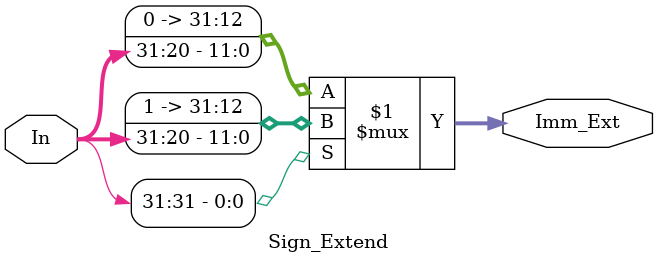
<source format=v>
module Sign_Extend (In,Imm_Ext);

    input [31:0] In;
    output [31:0] Imm_Ext;

    assign Imm_Ext = (In[31]) ? {{20{1'b1}},In[31:20]} :
                                {{20{1'b0}},In[31:20]};
    
endmodule
</source>
